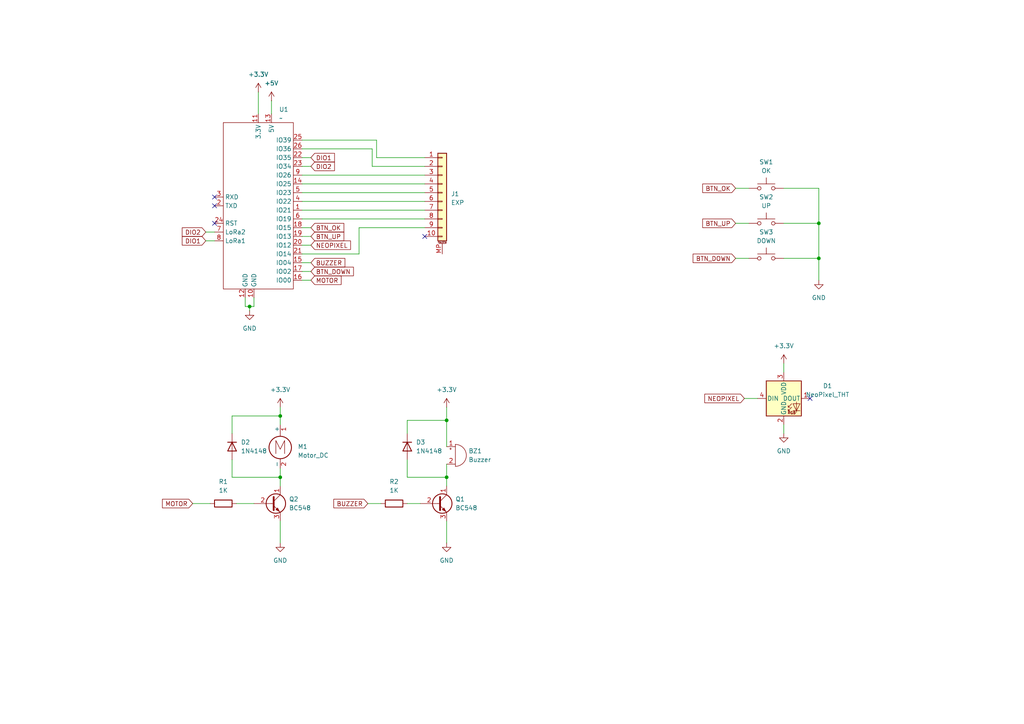
<source format=kicad_sch>
(kicad_sch (version 20231120) (generator "eeschema") (generator_version "8.0")
  (paper "A4")
  (lib_symbols
    (symbol "Connector_Generic_MountingPin:Conn_01x10_MountingPin" (pin_names (offset 1.016) hide)
      (property "Reference" "J" (at 0 12.7 0))
      (property "Value" "Conn_01x10_MountingPin" (at 1.27 -15.24 0))
      (symbol "Conn_01x10_MountingPin_1_1"
        (rectangle (start -1.27 -12.573) (end 0 -12.827) (stroke (width 0.1524)))
        (rectangle (start -1.27 -10.033) (end 0 -10.287) (stroke (width 0.1524)))
        (rectangle (start -1.27 -7.493) (end 0 -7.747) (stroke (width 0.1524)))
        (rectangle (start -1.27 -4.953) (end 0 -5.207) (stroke (width 0.1524)))
        (rectangle (start -1.27 -2.413) (end 0 -2.667) (stroke (width 0.1524)))
        (rectangle (start -1.27 0.127) (end 0 -0.127) (stroke (width 0.1524)))
        (rectangle (start -1.27 2.667) (end 0 2.413) (stroke (width 0.1524)))
        (rectangle (start -1.27 5.207) (end 0 4.953) (stroke (width 0.1524)))
        (rectangle (start -1.27 7.747) (end 0 7.493) (stroke (width 0.1524)))
        (rectangle (start -1.27 10.287) (end 0 10.033) (stroke (width 0.1524)))
        (rectangle (start -1.27 11.43) (end 1.27 -13.97) (stroke (width 0.254)) (fill (type background)))
        (polyline (pts (xy -1.016 -14.732) (xy 1.016 -14.732)) (stroke (width 0.1524)))
        (text "Mounting" (at 0 -14.351 0) (effects (font (size 0.381 0.381))))
        (pin passive line (at -5.08 10.16 0) (length 3.81) (name "Pin_1") (number "1"))
        (pin passive line (at -5.08 -12.7 0) (length 3.81) (name "Pin_10") (number "10"))
        (pin passive line (at -5.08 7.62 0) (length 3.81) (name "Pin_2") (number "2"))
        (pin passive line (at -5.08 5.08 0) (length 3.81) (name "Pin_3") (number "3"))
        (pin passive line (at -5.08 2.54 0) (length 3.81) (name "Pin_4") (number "4"))
        (pin passive line (at -5.08 0 0) (length 3.81) (name "Pin_5") (number "5"))
        (pin passive line (at -5.08 -2.54 0) (length 3.81) (name "Pin_6") (number "6"))
        (pin passive line (at -5.08 -5.08 0) (length 3.81) (name "Pin_7") (number "7"))
        (pin passive line (at -5.08 -7.62 0) (length 3.81) (name "Pin_8") (number "8"))
        (pin passive line (at -5.08 -10.16 0) (length 3.81) (name "Pin_9") (number "9"))
        (pin passive line (at 0 -17.78 90) (length 3.048) (name "MountPin") (number "MP"))
      )
    )
    (symbol "Device:Buzzer" (pin_names (offset 0.0254) hide)
      (property "Reference" "BZ" (at 3.81 1.27 0))
      (property "Value" "Buzzer" (at 3.81 -1.27 0))
      (symbol "Buzzer_0_1"
        (arc (start 0 -3.175) (mid 3.1612 0) (end 0 3.175))
        (polyline (pts (xy -1.651 1.905) (xy -1.143 1.905)))
        (polyline (pts (xy -1.397 2.159) (xy -1.397 1.651)))
        (polyline (pts (xy 0 3.175) (xy 0 -3.175)))
      )
      (symbol "Buzzer_1_1"
        (pin passive line (at -2.54 2.54 0) (length 2.54) (name "+") (number "1"))
        (pin passive line (at -2.54 -2.54 0) (length 2.54) (name "-") (number "2"))
      )
    )
    (symbol "Device:R" (pin_numbers hide) (pin_names (offset 0))
      (property "Reference" "R" (at 2.032 0 90))
      (property "Value" "R" (at 0 0 90))
      (symbol "R_0_1"
        (rectangle (start -1.016 -2.54) (end 1.016 2.54) (stroke (width 0.254)))
      )
      (symbol "R_1_1"
        (pin passive line (at 0 3.81 270) (length 1.27) (name "~") (number "1"))
        (pin passive line (at 0 -3.81 90) (length 1.27) (name "~") (number "2"))
      )
    )
    (symbol "Diode:1N4148" (pin_numbers hide) (pin_names hide)
      (property "Reference" "D" (at 0 2.54 0))
      (property "Value" "1N4148" (at 0 -2.54 0))
      (symbol "1N4148_0_1"
        (polyline (pts (xy -1.27 1.27) (xy -1.27 -1.27)) (stroke (width 0.254)))
        (polyline (pts (xy 1.27 0) (xy -1.27 0)))
        (polyline (pts (xy 1.27 1.27) (xy 1.27 -1.27) (xy -1.27 0) (xy 1.27 1.27)) (stroke (width 0.254)))
      )
      (symbol "1N4148_1_1"
        (pin passive line (at -3.81 0 0) (length 2.54) (name "K") (number "1"))
        (pin passive line (at 3.81 0 180) (length 2.54) (name "A") (number "2"))
      )
    )
    (symbol "LED:NeoPixel_THT" (pin_names (offset 0.254))
      (property "Reference" "D" (at 5.08 5.715 0))
      (property "Value" "NeoPixel_THT" (at 1.27 -5.715 0))
      (symbol "NeoPixel_THT_0_0"
        (text "RGB" (at 2.286 -4.191 0) (effects (font (size 0.762 0.762))))
      )
      (symbol "NeoPixel_THT_0_1"
        (polyline (pts (xy 1.27 -3.556) (xy 1.778 -3.556)))
        (polyline (pts (xy 1.27 -2.54) (xy 1.778 -2.54)))
        (polyline (pts (xy 4.699 -3.556) (xy 2.667 -3.556)))
        (polyline (pts (xy 2.286 -2.54) (xy 1.27 -3.556) (xy 1.27 -3.048)))
        (polyline (pts (xy 2.286 -1.524) (xy 1.27 -2.54) (xy 1.27 -2.032)))
        (polyline (pts (xy 3.683 -1.016) (xy 3.683 -3.556) (xy 3.683 -4.064)))
        (polyline (pts (xy 4.699 -1.524) (xy 2.667 -1.524) (xy 3.683 -3.556) (xy 4.699 -1.524)))
        (rectangle (start 5.08 5.08) (end -5.08 -5.08) (stroke (width 0.254)) (fill (type background)))
      )
      (symbol "NeoPixel_THT_1_1"
        (pin output line (at 7.62 0 180) (length 2.54) (name "DOUT") (number "1"))
        (pin power_in line (at 0 -7.62 90) (length 2.54) (name "GND") (number "2"))
        (pin power_in line (at 0 7.62 270) (length 2.54) (name "VDD") (number "3"))
        (pin input line (at -7.62 0 0) (length 2.54) (name "DIN") (number "4"))
      )
    )
    (symbol "Motor:Motor_DC" (pin_names (offset 0))
      (property "Reference" "M" (at 2.54 2.54 0))
      (property "Value" "Motor_DC" (at 2.54 -5.08 0))
      (symbol "Motor_DC_0_0"
        (polyline (pts (xy -1.27 -3.302) (xy -1.27 0.508) (xy 0 -2.032) (xy 1.27 0.508) (xy 1.27 -3.302)))
      )
      (symbol "Motor_DC_0_1"
        (circle (center 0 -1.524) (radius 3.2512) (stroke (width 0.254)))
        (polyline (pts (xy 0 -7.62) (xy 0 -7.112)))
        (polyline (pts (xy 0 -4.7752) (xy 0 -5.1816)))
        (polyline (pts (xy 0 1.7272) (xy 0 2.0828)))
        (polyline (pts (xy 0 2.032) (xy 0 2.54)))
      )
      (symbol "Motor_DC_1_1"
        (pin passive line (at 0 5.08 270) (length 2.54) (name "+") (number "1"))
        (pin passive line (at 0 -7.62 90) (length 2.54) (name "-") (number "2"))
      )
    )
    (symbol "New_Library:Lora32_TTGO"
      (property "Reference" "U" (at 4.064 -1.016 0))
      (symbol "Lora32_TTGO_0_1"
        (rectangle (start -3.81 -5.08) (end 16.51 -53.34))
      )
      (symbol "Lora32_TTGO_1_1"
        (pin input line (at 19.05 -30.48 180) (length 2.54) (name "IO21") (number "1"))
        (pin input line (at 5.08 -55.88 90) (length 2.54) (name "GND") (number "10"))
        (pin input line (at 6.35 -2.54 270) (length 2.54) (name "3.3V") (number "11"))
        (pin input line (at 2.54 -55.88 90) (length 2.54) (name "GND") (number "12"))
        (pin input line (at 10.16 -2.54 270) (length 2.54) (name "5V") (number "13"))
        (pin input line (at 19.05 -22.86 180) (length 2.54) (name "IO25") (number "14"))
        (pin input line (at 19.05 -45.72 180) (length 2.54) (name "IO04") (number "15"))
        (pin input line (at 19.05 -50.8 180) (length 2.54) (name "IO00") (number "16"))
        (pin input line (at 19.05 -48.26 180) (length 2.54) (name "IO02") (number "17"))
        (pin input line (at 19.05 -35.56 180) (length 2.54) (name "IO15") (number "18"))
        (pin input line (at 19.05 -38.1 180) (length 2.54) (name "IO13") (number "19"))
        (pin input line (at -6.35 -29.21 0) (length 2.54) (name "TXD") (number "2"))
        (pin input line (at 19.05 -40.64 180) (length 2.54) (name "IO12") (number "20"))
        (pin input line (at 19.05 -43.18 180) (length 2.54) (name "IO14") (number "21"))
        (pin input line (at 19.05 -15.24 180) (length 2.54) (name "IO35") (number "22"))
        (pin input line (at 19.05 -17.78 180) (length 2.54) (name "IO34") (number "23"))
        (pin input line (at -6.35 -34.29 0) (length 2.54) (name "RST") (number "24"))
        (pin input line (at 19.05 -10.16 180) (length 2.54) (name "IO39") (number "25"))
        (pin input line (at 19.05 -12.7 180) (length 2.54) (name "IO36") (number "26"))
        (pin input line (at -6.35 -26.67 0) (length 2.54) (name "RXD") (number "3"))
        (pin input line (at 19.05 -27.94 180) (length 2.54) (name "IO22") (number "4"))
        (pin input line (at 19.05 -25.4 180) (length 2.54) (name "IO23") (number "5"))
        (pin input line (at 19.05 -33.02 180) (length 2.54) (name "IO19") (number "6"))
        (pin input line (at -6.35 -36.83 0) (length 2.54) (name "LoRa2") (number "7"))
        (pin input line (at -6.35 -39.37 0) (length 2.54) (name "LoRa1") (number "8"))
        (pin input line (at 19.05 -20.32 180) (length 2.54) (name "IO26") (number "9"))
      )
    )
    (symbol "Switch:SW_Push" (pin_numbers hide) (pin_names (offset 1.016) hide)
      (property "Reference" "SW" (at 1.27 2.54 0))
      (property "Value" "SW_Push" (at 0 -1.524 0))
      (symbol "SW_Push_0_1"
        (circle (center -2.032 0) (radius 0.508))
        (polyline (pts (xy 0 1.27) (xy 0 3.048)))
        (polyline (pts (xy 2.54 1.27) (xy -2.54 1.27)))
        (circle (center 2.032 0) (radius 0.508))
        (pin passive line (at -5.08 0 0) (length 2.54) (name "1") (number "1"))
        (pin passive line (at 5.08 0 180) (length 2.54) (name "2") (number "2"))
      )
    )
    (symbol "Transistor_BJT:BC548" (pin_names (offset 0) hide)
      (property "Reference" "Q" (at 5.08 1.905 0))
      (property "Value" "BC548" (at 5.08 0 0))
      (symbol "BC548_0_1"
        (polyline (pts (xy 0 0) (xy 0.635 0)))
        (polyline (pts (xy 0.635 0.635) (xy 2.54 2.54)))
        (polyline (pts (xy 0.635 -0.635) (xy 2.54 -2.54) (xy 2.54 -2.54)))
        (polyline (pts (xy 0.635 1.905) (xy 0.635 -1.905) (xy 0.635 -1.905)) (stroke (width 0.508)))
        (polyline (pts (xy 1.27 -1.778) (xy 1.778 -1.27) (xy 2.286 -2.286) (xy 1.27 -1.778) (xy 1.27 -1.778)) (fill (type outline)))
        (circle (center 1.27 0) (radius 2.8194) (stroke (width 0.254)))
      )
      (symbol "BC548_1_1"
        (pin passive line (at 2.54 5.08 270) (length 2.54) (name "C") (number "1"))
        (pin input line (at -5.08 0 0) (length 5.08) (name "B") (number "2"))
        (pin passive line (at 2.54 -5.08 90) (length 2.54) (name "E") (number "3"))
      )
    )
    (symbol "power:+3.3V" (power) (pin_numbers hide) (pin_names (offset 0) hide)
      (property "Value" "+3.3V" (at 0 3.556 0))
      (symbol "+3.3V_0_1"
        (polyline (pts (xy -0.762 1.27) (xy 0 2.54)))
        (polyline (pts (xy 0 0) (xy 0 2.54)))
        (polyline (pts (xy 0 2.54) (xy 0.762 1.27)))
      )
      (symbol "+3.3V_1_1"
        (pin power_in line (at 0 0 90) (length 0) (name "~") (number "1"))
      )
    )
    (symbol "power:+5V" (power) (pin_numbers hide) (pin_names (offset 0) hide)
      (property "Value" "+5V" (at 0 3.556 0))
      (symbol "+5V_0_1"
        (polyline (pts (xy -0.762 1.27) (xy 0 2.54)))
        (polyline (pts (xy 0 0) (xy 0 2.54)))
        (polyline (pts (xy 0 2.54) (xy 0.762 1.27)))
      )
      (symbol "+5V_1_1"
        (pin power_in line (at 0 0 90) (length 0) (name "~") (number "1"))
      )
    )
    (symbol "power:GND" (power) (pin_numbers hide) (pin_names (offset 0) hide)
      (property "Value" "GND" (at 0 -3.81 0))
      (symbol "GND_0_1"
        (polyline (pts (xy 0 0) (xy 0 -1.27) (xy 1.27 -1.27) (xy 0 -2.54) (xy -1.27 -1.27) (xy 0 -1.27)))
      )
      (symbol "GND_1_1"
        (pin power_in line (at 0 0 270) (length 0) (name "~") (number "1"))
      )
    )
  )
  (junction (at 81.28 138.43))
  (junction (at 237.49 64.77))
  (junction (at 72.39 88.9))
  (junction (at 129.54 121.92))
  (junction (at 81.28 120.65))
  (junction (at 129.54 138.43))
  (junction (at 237.49 74.93))
  (no_connect (at 234.95 115.57))
  (no_connect (at 123.19 68.58))
  (no_connect (at 62.23 64.77))
  (no_connect (at 62.23 59.69))
  (no_connect (at 62.23 57.15))
  (wire (pts (xy 213.36 54.61) (xy 217.17 54.61)))
  (wire (pts (xy 71.12 88.9) (xy 72.39 88.9)))
  (wire (pts (xy 213.36 64.77) (xy 217.17 64.77)))
  (wire (pts (xy 118.11 121.92) (xy 129.54 121.92)))
  (wire (pts (xy 118.11 146.05) (xy 121.92 146.05)))
  (wire (pts (xy 227.33 105.41) (xy 227.33 107.95)))
  (wire (pts (xy 109.22 45.72) (xy 123.19 45.72)))
  (wire (pts (xy 87.63 68.58) (xy 90.17 68.58)))
  (wire (pts (xy 87.63 58.42) (xy 123.19 58.42)))
  (wire (pts (xy 67.31 133.35) (xy 67.31 138.43)))
  (wire (pts (xy 87.63 63.5) (xy 123.19 63.5)))
  (wire (pts (xy 118.11 138.43) (xy 118.11 133.35)))
  (wire (pts (xy 129.54 134.62) (xy 129.54 138.43)))
  (wire (pts (xy 118.11 125.73) (xy 118.11 121.92)))
  (wire (pts (xy 237.49 74.93) (xy 237.49 81.28)))
  (wire (pts (xy 87.63 55.88) (xy 123.19 55.88)))
  (wire (pts (xy 55.88 146.05) (xy 60.96 146.05)))
  (wire (pts (xy 59.69 67.31) (xy 62.23 67.31)))
  (wire (pts (xy 87.63 73.66) (xy 104.14 73.66)))
  (wire (pts (xy 106.68 146.05) (xy 110.49 146.05)))
  (wire (pts (xy 227.33 54.61) (xy 237.49 54.61)))
  (wire (pts (xy 129.54 121.92) (xy 129.54 129.54)))
  (wire (pts (xy 72.39 88.9) (xy 73.66 88.9)))
  (wire (pts (xy 227.33 74.93) (xy 237.49 74.93)))
  (wire (pts (xy 87.63 50.8) (xy 123.19 50.8)))
  (wire (pts (xy 81.28 151.13) (xy 81.28 157.48)))
  (wire (pts (xy 213.36 74.93) (xy 217.17 74.93)))
  (wire (pts (xy 87.63 60.96) (xy 123.19 60.96)))
  (wire (pts (xy 227.33 64.77) (xy 237.49 64.77)))
  (wire (pts (xy 81.28 118.11) (xy 81.28 120.65)))
  (wire (pts (xy 87.63 81.28) (xy 90.17 81.28)))
  (wire (pts (xy 67.31 120.65) (xy 81.28 120.65)))
  (wire (pts (xy 104.14 66.04) (xy 123.19 66.04)))
  (wire (pts (xy 87.63 45.72) (xy 90.17 45.72)))
  (wire (pts (xy 73.66 86.36) (xy 73.66 88.9)))
  (wire (pts (xy 107.95 48.26) (xy 123.19 48.26)))
  (wire (pts (xy 129.54 118.11) (xy 129.54 121.92)))
  (wire (pts (xy 215.9 115.57) (xy 219.71 115.57)))
  (wire (pts (xy 78.74 29.21) (xy 78.74 33.02)))
  (wire (pts (xy 81.28 135.89) (xy 81.28 138.43)))
  (wire (pts (xy 71.12 86.36) (xy 71.12 88.9)))
  (wire (pts (xy 59.69 69.85) (xy 62.23 69.85)))
  (wire (pts (xy 109.22 40.64) (xy 109.22 45.72)))
  (wire (pts (xy 81.28 138.43) (xy 81.28 140.97)))
  (wire (pts (xy 87.63 40.64) (xy 109.22 40.64)))
  (wire (pts (xy 87.63 71.12) (xy 90.17 71.12)))
  (wire (pts (xy 129.54 151.13) (xy 129.54 157.48)))
  (wire (pts (xy 67.31 125.73) (xy 67.31 120.65)))
  (wire (pts (xy 87.63 78.74) (xy 90.17 78.74)))
  (wire (pts (xy 67.31 138.43) (xy 81.28 138.43)))
  (wire (pts (xy 81.28 120.65) (xy 81.28 123.19)))
  (wire (pts (xy 237.49 54.61) (xy 237.49 64.77)))
  (wire (pts (xy 87.63 53.34) (xy 123.19 53.34)))
  (wire (pts (xy 87.63 43.18) (xy 107.95 43.18)))
  (wire (pts (xy 87.63 76.2) (xy 90.17 76.2)))
  (wire (pts (xy 87.63 48.26) (xy 90.17 48.26)))
  (wire (pts (xy 129.54 138.43) (xy 118.11 138.43)))
  (wire (pts (xy 227.33 123.19) (xy 227.33 125.73)))
  (wire (pts (xy 107.95 43.18) (xy 107.95 48.26)))
  (wire (pts (xy 104.14 73.66) (xy 104.14 66.04)))
  (wire (pts (xy 74.93 26.67) (xy 74.93 33.02)))
  (wire (pts (xy 237.49 64.77) (xy 237.49 74.93)))
  (wire (pts (xy 72.39 88.9) (xy 72.39 90.17)))
  (wire (pts (xy 129.54 138.43) (xy 129.54 140.97)))
  (wire (pts (xy 87.63 66.04) (xy 90.17 66.04)))
  (wire (pts (xy 68.58 146.05) (xy 73.66 146.05)))
  (global_label "BUZZER" (shape input) (at 90.17 76.2 0) (property "Intersheetrefs" "${INTERSHEET_REFS}" (effects (hide yes))))
  (global_label "DIO2" (shape input) (at 59.69 67.31 180) (property "Intersheetrefs" "${INTERSHEET_REFS}" (effects (hide yes))))
  (global_label "BTN_DOWN" (shape input) (at 213.36 74.93 180) (property "Intersheetrefs" "${INTERSHEET_REFS}" (effects (hide yes))))
  (global_label "MOTOR" (shape input) (at 55.88 146.05 180) (property "Intersheetrefs" "${INTERSHEET_REFS}" (effects (hide yes))))
  (global_label "BTN_OK" (shape input) (at 213.36 54.61 180) (property "Intersheetrefs" "${INTERSHEET_REFS}" (effects (hide yes))))
  (global_label "BTN_DOWN" (shape input) (at 90.17 78.74 0) (property "Intersheetrefs" "${INTERSHEET_REFS}" (effects (hide yes))))
  (global_label "BTN_UP" (shape input) (at 213.36 64.77 180) (property "Intersheetrefs" "${INTERSHEET_REFS}" (effects (hide yes))))
  (global_label "BUZZER" (shape input) (at 106.68 146.05 180) (property "Intersheetrefs" "${INTERSHEET_REFS}" (effects (hide yes))))
  (global_label "BTN_UP" (shape input) (at 90.17 68.58 0) (property "Intersheetrefs" "${INTERSHEET_REFS}" (effects (hide yes))))
  (global_label "NEOPIXEL" (shape input) (at 215.9 115.57 180) (property "Intersheetrefs" "${INTERSHEET_REFS}" (effects (hide yes))))
  (global_label "DIO2" (shape input) (at 90.17 48.26 0) (property "Intersheetrefs" "${INTERSHEET_REFS}" (effects (hide yes))))
  (global_label "MOTOR" (shape input) (at 90.17 81.28 0) (property "Intersheetrefs" "${INTERSHEET_REFS}" (effects (hide yes))))
  (global_label "BTN_OK" (shape input) (at 90.17 66.04 0) (property "Intersheetrefs" "${INTERSHEET_REFS}" (effects (hide yes))))
  (global_label "DIO1" (shape input) (at 90.17 45.72 0) (property "Intersheetrefs" "${INTERSHEET_REFS}" (effects (hide yes))))
  (global_label "DIO1" (shape input) (at 59.69 69.85 180) (property "Intersheetrefs" "${INTERSHEET_REFS}" (effects (hide yes))))
  (global_label "NEOPIXEL" (shape input) (at 90.17 71.12 0) (property "Intersheetrefs" "${INTERSHEET_REFS}" (effects (hide yes))))
  (symbol (lib_id "Diode:1N4148") (at 67.31 129.54 270) (unit 1)
    (property "Reference" "D2" (at 69.85 128.2699 90) (effects (justify left)))
    (property "Value" "1N4148" (at 69.85 130.8099 90) (effects (justify left)))
    (property "Footprint" "Diode_THT:D_DO-35_SOD27_P7.62mm_Horizontal" (effects (hide yes)))
    (property "Datasheet" "https://assets.nexperia.com/documents/data-sheet/1N4148_1N4448.pdf" (effects (hide yes)))
    (property "Description" "100V 0.15A standard switching diode, DO-35" (effects (hide yes)))
    (property "Sim.Device" "D" (effects (hide yes)))
    (property "Sim.Pins" "1=K 2=A" (effects (hide yes)))
  )
  (symbol (lib_id "power:+3.3V") (at 129.54 118.11 0) (unit 1)
    (property "Reference" "#PWR04" (effects (hide yes)))
    (property "Value" "+3.3V" (at 129.54 113.03 0))
    (property "Description" "Power symbol creates a global label with name \"+3.3V\"" (effects (hide yes)))
  )
  (symbol (lib_id "power:GND") (at 81.28 157.48 0) (unit 1)
    (property "Reference" "#PWR010" (effects (hide yes)))
    (property "Value" "GND" (at 81.28 162.56 0))
    (property "Description" "Power symbol creates a global label with name \"GND\" , ground" (effects (hide yes)))
  )
  (symbol (lib_id "Switch:SW_Push") (at 222.25 64.77 0) (unit 1)
    (property "Reference" "SW2" (at 222.25 57.15 0))
    (property "Value" "UP" (at 222.25 59.69 0))
    (property "Footprint" "Button_Switch_THT:SW_PUSH_6mm_H5mm" (effects (hide yes)))
    (property "Description" "Push button switch, generic, two pins" (effects (hide yes)))
  )
  (symbol (lib_id "Switch:SW_Push") (at 222.25 74.93 0) (unit 1)
    (property "Reference" "SW3" (at 222.25 67.31 0))
    (property "Value" "DOWN" (at 222.25 69.85 0))
    (property "Footprint" "Button_Switch_THT:SW_PUSH_6mm_H5mm" (effects (hide yes)))
    (property "Description" "Push button switch, generic, two pins" (effects (hide yes)))
  )
  (symbol (lib_id "Device:Buzzer") (at 132.08 132.08 0) (unit 1)
    (property "Reference" "BZ1" (at 135.89 130.8099 0) (effects (justify left)))
    (property "Value" "Buzzer" (at 135.89 133.3499 0) (effects (justify left)))
    (property "Footprint" "Buzzer_Beeper:MagneticBuzzer_CUI_CST-931RP-A" (effects (hide yes)))
    (property "Description" "Buzzer, polarized" (effects (hide yes)))
  )
  (symbol (lib_id "LED:NeoPixel_THT") (at 227.33 115.57 0) (unit 1)
    (property "Reference" "D1" (at 240.03 111.922 0))
    (property "Value" "NeoPixel_THT" (at 240.03 114.462 0))
    (property "Footprint" "LED_THT:LED_D5.0mm-4_RGB" (effects (hide yes)))
    (property "Datasheet" "https://www.adafruit.com/product/1938" (effects (hide yes)))
    (property "Description" "RGB LED with integrated controller, 5mm/8mm LED package" (effects (hide yes)))
  )
  (symbol (lib_id "power:+5V") (at 78.74 29.21 0) (unit 1)
    (property "Reference" "#PWR03" (effects (hide yes)))
    (property "Value" "+5V" (at 78.74 24.13 0))
    (property "Description" "Power symbol creates a global label with name \"+5V\"" (effects (hide yes)))
  )
  (symbol (lib_id "New_Library:Lora32_TTGO") (at 68.58 30.48 0) (unit 1)
    (property "Reference" "U1" (at 80.9341 31.75 0) (effects (justify left)))
    (property "Value" "~" (at 80.9341 34.29 0) (effects (justify left)))
    (property "Footprint" "TTGOPager:TTGOLora32v2" (effects (hide yes)))
  )
  (symbol (lib_id "Transistor_BJT:BC548") (at 127 146.05 0) (unit 1)
    (property "Reference" "Q1" (at 132.08 144.7799 0) (effects (justify left)))
    (property "Value" "BC548" (at 132.08 147.3199 0) (effects (justify left)))
    (property "Footprint" "Package_TO_SOT_THT:TO-92_Inline" (effects (hide yes)))
    (property "Datasheet" "https://www.onsemi.com/pub/Collateral/BC550-D.pdf" (effects (hide yes)))
    (property "Description" "0.1A Ic, 30V Vce, Small Signal NPN Transistor, TO-92" (effects (hide yes)))
  )
  (symbol (lib_id "power:GND") (at 72.39 90.17 0) (unit 1)
    (property "Reference" "#PWR02" (effects (hide yes)))
    (property "Value" "GND" (at 72.39 95.25 0))
    (property "Description" "Power symbol creates a global label with name \"GND\" , ground" (effects (hide yes)))
  )
  (symbol (lib_id "Diode:1N4148") (at 118.11 129.54 270) (unit 1)
    (property "Reference" "D3" (at 120.65 128.2699 90) (effects (justify left)))
    (property "Value" "1N4148" (at 120.65 130.8099 90) (effects (justify left)))
    (property "Footprint" "Diode_THT:D_DO-35_SOD27_P7.62mm_Horizontal" (effects (hide yes)))
    (property "Datasheet" "https://assets.nexperia.com/documents/data-sheet/1N4148_1N4448.pdf" (effects (hide yes)))
    (property "Description" "100V 0.15A standard switching diode, DO-35" (effects (hide yes)))
    (property "Sim.Device" "D" (effects (hide yes)))
    (property "Sim.Pins" "1=K 2=A" (effects (hide yes)))
  )
  (symbol (lib_id "power:GND") (at 227.33 125.73 0) (unit 1)
    (property "Reference" "#PWR06" (effects (hide yes)))
    (property "Value" "GND" (at 227.33 130.81 0))
    (property "Description" "Power symbol creates a global label with name \"GND\" , ground" (effects (hide yes)))
  )
  (symbol (lib_id "Switch:SW_Push") (at 222.25 54.61 0) (unit 1)
    (property "Reference" "SW1" (at 222.25 46.99 0))
    (property "Value" "OK" (at 222.25 49.53 0))
    (property "Footprint" "Button_Switch_THT:SW_PUSH_6mm_H5mm" (effects (hide yes)))
    (property "Description" "Push button switch, generic, two pins" (effects (hide yes)))
  )
  (symbol (lib_id "Device:R") (at 64.77 146.05 90) (unit 1)
    (property "Reference" "R1" (at 64.77 139.7 90))
    (property "Value" "1K" (at 64.77 142.24 90))
    (property "Footprint" "Resistor_THT:R_Axial_DIN0207_L6.3mm_D2.5mm_P7.62mm_Horizontal" (effects (hide yes)))
    (property "Description" "Resistor" (effects (hide yes)))
  )
  (symbol (lib_id "Connector_Generic_MountingPin:Conn_01x10_MountingPin") (at 128.27 55.88 0) (unit 1)
    (property "Reference" "J1" (at 130.81 56.2355 0) (effects (justify left)))
    (property "Value" "EXP" (at 130.81 58.7755 0) (effects (justify left)))
    (property "Footprint" "Connector_PinHeader_2.54mm:PinHeader_1x10_P2.54mm_Vertical" (effects (hide yes)))
    (property "Description" "Generic connectable mounting pin connector, single row, 01x10, script generated (kicad-library-utils/schlib/autogen/connector/)" (effects (hide yes)))
  )
  (symbol (lib_id "Transistor_BJT:BC548") (at 78.74 146.05 0) (unit 1)
    (property "Reference" "Q2" (at 83.82 144.7799 0) (effects (justify left)))
    (property "Value" "BC548" (at 83.82 147.3199 0) (effects (justify left)))
    (property "Footprint" "Package_TO_SOT_THT:TO-92_Inline" (effects (hide yes)))
    (property "Datasheet" "https://www.onsemi.com/pub/Collateral/BC550-D.pdf" (effects (hide yes)))
    (property "Description" "0.1A Ic, 30V Vce, Small Signal NPN Transistor, TO-92" (effects (hide yes)))
  )
  (symbol (lib_id "Device:R") (at 114.3 146.05 90) (unit 1)
    (property "Reference" "R2" (at 114.3 139.7 90))
    (property "Value" "1K" (at 114.3 142.24 90))
    (property "Footprint" "Resistor_THT:R_Axial_DIN0207_L6.3mm_D2.5mm_P7.62mm_Horizontal" (effects (hide yes)))
    (property "Description" "Resistor" (effects (hide yes)))
  )
  (symbol (lib_id "power:+3.3V") (at 74.93 26.67 0) (unit 1)
    (property "Reference" "#PWR08" (effects (hide yes)))
    (property "Value" "+3.3V" (at 74.93 21.59 0))
    (property "Description" "Power symbol creates a global label with name \"+3.3V\"" (effects (hide yes)))
  )
  (symbol (lib_id "power:+3.3V") (at 81.28 118.11 0) (unit 1)
    (property "Reference" "#PWR09" (effects (hide yes)))
    (property "Value" "+3.3V" (at 81.28 113.03 0))
    (property "Description" "Power symbol creates a global label with name \"+3.3V\"" (effects (hide yes)))
  )
  (symbol (lib_id "Motor:Motor_DC") (at 81.28 128.27 0) (unit 1)
    (property "Reference" "M1" (at 86.36 129.5399 0) (effects (justify left)))
    (property "Value" "Motor_DC" (at 86.36 132.0799 0) (effects (justify left)))
    (property "Footprint" "Connector_PinHeader_2.54mm:PinHeader_1x02_P2.54mm_Vertical" (effects (hide yes)))
    (property "Description" "DC Motor" (effects (hide yes)))
  )
  (symbol (lib_id "power:GND") (at 129.54 157.48 0) (unit 1)
    (property "Reference" "#PWR05" (effects (hide yes)))
    (property "Value" "GND" (at 129.54 162.56 0))
    (property "Description" "Power symbol creates a global label with name \"GND\" , ground" (effects (hide yes)))
  )
  (symbol (lib_id "power:GND") (at 237.49 81.28 0) (unit 1)
    (property "Reference" "#PWR01" (effects (hide yes)))
    (property "Value" "GND" (at 237.49 86.36 0))
    (property "Description" "Power symbol creates a global label with name \"GND\" , ground" (effects (hide yes)))
  )
  (symbol (lib_id "power:+3.3V") (at 227.33 105.41 0) (unit 1)
    (property "Reference" "#PWR07" (effects (hide yes)))
    (property "Value" "+3.3V" (at 227.33 100.33 0))
    (property "Description" "Power symbol creates a global label with name \"+3.3V\"" (effects (hide yes)))
  )
)
</source>
